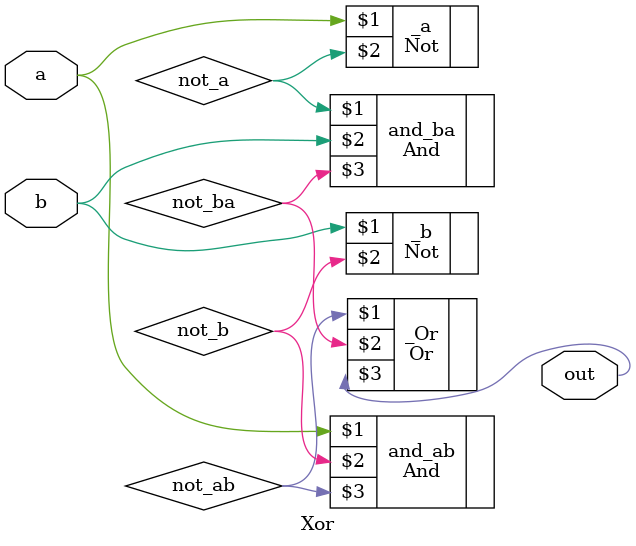
<source format=v>
/*
	Xor:

	in -- a, b
	out -- out

	out = Not(a == b)

*/

module Xor(
	input wire a,
	input wire b,
	output wire out
);

/*
    Not (in=a, out=nota);
    Not (in=b, out=notb);
    And (a=a, b=notb, out=aAndnotb);
    And (a=nota, b=b, out=notaAndb);
    Or  (a=aAndnotb, b=notaAndb, out=out);
*/

wire not_a, not_b, not_ab, not_ba;

Not _a(a, not_a);
Not _b(b, not_b);

And and_ab(a, not_b, not_ab);
And and_ba(not_a, b, not_ba);

Or _Or(not_ab, not_ba, out);

endmodule

/*
	Finished!
*/

</source>
